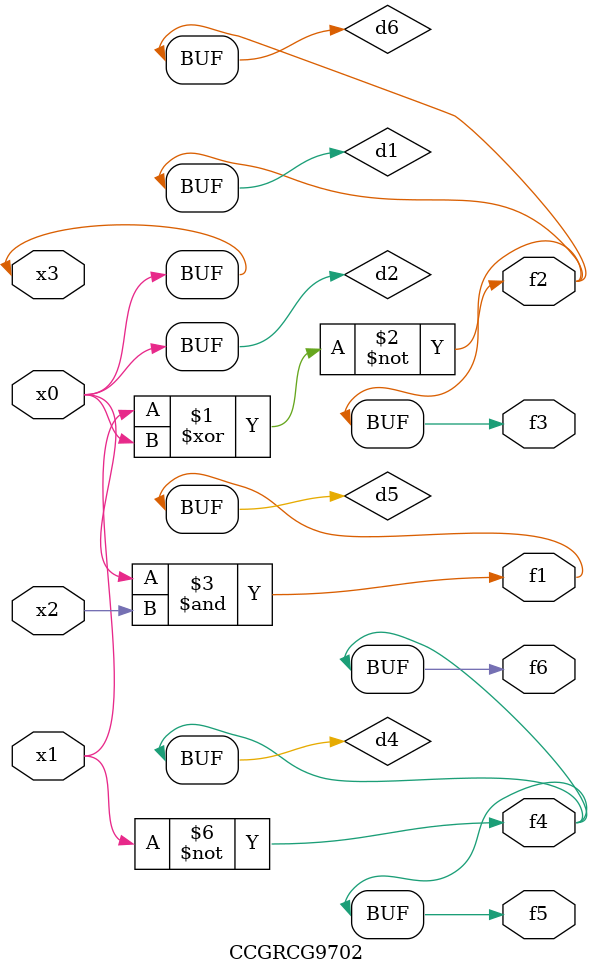
<source format=v>
module CCGRCG9702(
	input x0, x1, x2, x3,
	output f1, f2, f3, f4, f5, f6
);

	wire d1, d2, d3, d4, d5, d6;

	xnor (d1, x1, x3);
	buf (d2, x0, x3);
	nand (d3, x0, x2);
	not (d4, x1);
	nand (d5, d3);
	or (d6, d1);
	assign f1 = d5;
	assign f2 = d6;
	assign f3 = d6;
	assign f4 = d4;
	assign f5 = d4;
	assign f6 = d4;
endmodule

</source>
